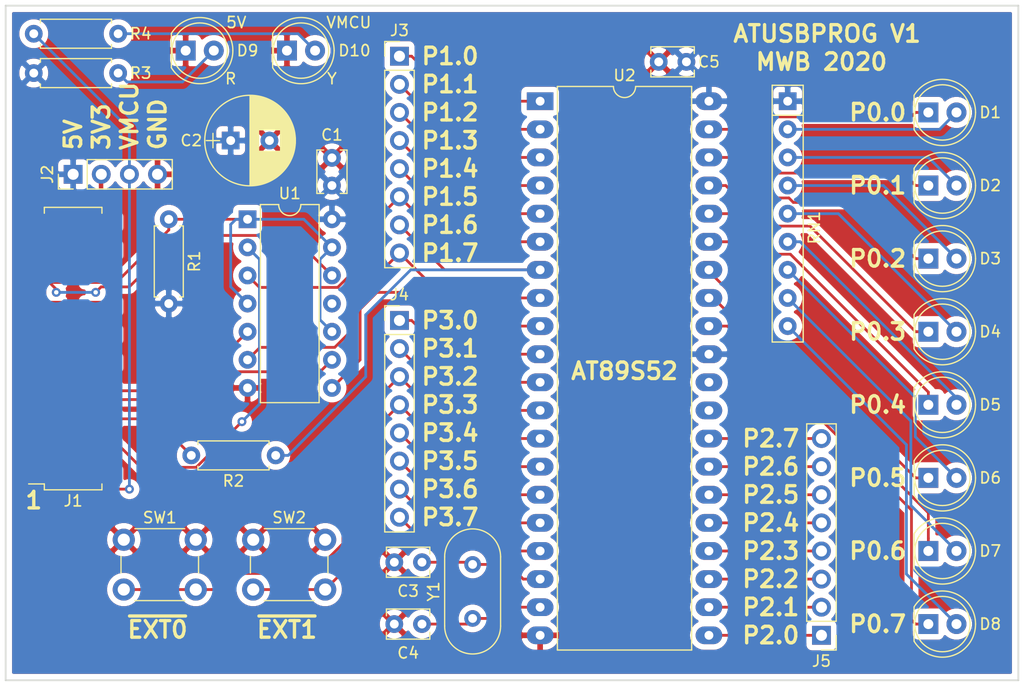
<source format=kicad_pcb>
(kicad_pcb (version 20171130) (host pcbnew "(5.1.5)-3")
  (layers (0 F.Cu signal) (31 B.Cu signal) (34 B.Paste user) (35 F.Paste user) (36 B.SilkS user) (37 F.SilkS user) (38 B.Mask user) (39 F.Mask user) (44 Edge.Cuts user))
  (net 0 "")
  (net 1 +3V3)
  (net 2 "Net-(J1-Pad19)")
  (net 3 +5V)
  (net 4 "Net-(J1-Pad17)")
  (net 5 EFM_OE_N)
  (net 6 EFM_AUX)
  (net 7 "Net-(J1-Pad14)")
  (net 8 "Net-(J1-Pad13)")
  (net 9 "Net-(J1-Pad12)")
  (net 10 "Net-(J1-Pad11)")
  (net 11 EFM_RST)
  (net 12 "Net-(J1-Pad9)")
  (net 13 EFM_SCK)
  (net 14 "Net-(J1-Pad7)")
  (net 15 EFM_MISO)
  (net 16 "Net-(J1-Pad5)")
  (net 17 EFM_MOSI)
  (net 18 "Net-(J1-Pad3)")
  (net 19 GND)
  (net 20 ATS_MISO)
  (net 21 "Net-(D8-Pad2)")
  (net 22 "Net-(D7-Pad2)")
  (net 23 "Net-(D6-Pad2)")
  (net 24 "Net-(D5-Pad2)")
  (net 25 "Net-(D4-Pad2)")
  (net 26 "Net-(D3-Pad2)")
  (net 27 "Net-(D2-Pad2)")
  (net 28 "Net-(D1-Pad2)")
  (net 29 "Net-(J5-Pad8)")
  (net 30 "Net-(J5-Pad7)")
  (net 31 "Net-(J5-Pad6)")
  (net 32 "Net-(J5-Pad5)")
  (net 33 "Net-(J5-Pad4)")
  (net 34 "Net-(J5-Pad3)")
  (net 35 "Net-(J5-Pad2)")
  (net 36 "Net-(J5-Pad1)")
  (net 37 "Net-(J4-Pad1)")
  (net 38 "Net-(J4-Pad2)")
  (net 39 /BTN0)
  (net 40 /BTN1)
  (net 41 "Net-(J4-Pad5)")
  (net 42 "Net-(J4-Pad6)")
  (net 43 "Net-(J4-Pad7)")
  (net 44 "Net-(J4-Pad8)")
  (net 45 ATS_SCK)
  (net 46 ATS_MOSI)
  (net 47 "Net-(J3-Pad5)")
  (net 48 "Net-(J3-Pad4)")
  (net 49 "Net-(J3-Pad3)")
  (net 50 "Net-(J3-Pad2)")
  (net 51 "Net-(J3-Pad1)")
  (net 52 "Net-(D7-Pad1)")
  (net 53 "Net-(D5-Pad1)")
  (net 54 "Net-(D8-Pad1)")
  (net 55 "Net-(D6-Pad1)")
  (net 56 "Net-(D4-Pad1)")
  (net 57 "Net-(D2-Pad1)")
  (net 58 "Net-(D1-Pad1)")
  (net 59 "Net-(D3-Pad1)")
  (net 60 "Net-(C4-Pad1)")
  (net 61 "Net-(C3-Pad1)")
  (net 62 "Net-(U2-Pad30)")
  (net 63 "Net-(U2-Pad29)")
  (net 64 ATS_RST)
  (net 65 ATS_AUX)
  (net 66 +VMCU)
  (net 67 "Net-(D9-Pad2)")
  (net 68 "Net-(D10-Pad2)")
  (module Resistors_THT:R_Axial_DIN0207_L6.3mm_D2.5mm_P7.62mm_Horizontal (layer F.Cu) (at 107.188 68.58)
    (fp_text reference R4 (at 9.652 0) (layer F.SilkS))
    (fp_text value 1.2k)
    (pad 1 thru_hole circle (at 0 0) (size 1.6 1.6) (drill 0.8) (layers *.Cu *.Mask) (net 66 +VMCU))
    (pad 2 thru_hole oval (at 7.62 0) (size 1.6 1.6) (drill 0.8) (layers *.Cu *.Mask) (net 68 "Net-(D10-Pad2)"))
  )
  (module Resistors_THT:R_Axial_DIN0207_L6.3mm_D2.5mm_P7.62mm_Horizontal (layer F.Cu) (at 107.188 72.136)
    (fp_text reference R3 (at 9.652 0) (layer F.SilkS))
    (fp_text value 1.2k)
    (pad 1 thru_hole circle (at 0 0) (size 1.6 1.6) (drill 0.8) (layers *.Cu *.Mask) (net 3 +5V))
    (pad 2 thru_hole oval (at 7.62 0) (size 1.6 1.6) (drill 0.8) (layers *.Cu *.Mask) (net 67 "Net-(D9-Pad2)"))
  )
  (module LEDs:LED_D5.0mm (layer F.Cu) (at 130.048 70.104)
    (fp_text reference D10 (at 6.096 0) (layer F.SilkS))
    (fp_text value LTL2R3KYD-EM)
    (pad 1 thru_hole rect (at 0 0) (size 1.8 1.8) (drill 0.9) (layers *.Cu *.Mask) (net 19 GND))
    (pad 2 thru_hole circle (at 2.54 0) (size 1.8 1.8) (drill 0.9) (layers *.Cu *.Mask) (net 68 "Net-(D10-Pad2)"))
  )
  (module LEDs:LED_D5.0mm (layer F.Cu) (at 120.904 70.104)
    (fp_text reference D9 (at 5.588 0) (layer F.SilkS))
    (fp_text value LTL2R3KRD-EM)
    (pad 1 thru_hole rect (at 0 0) (size 1.8 1.8) (drill 0.9) (layers *.Cu *.Mask) (net 19 GND))
    (pad 2 thru_hole circle (at 2.54 0) (size 1.8 1.8) (drill 0.9) (layers *.Cu *.Mask) (net 67 "Net-(D9-Pad2)"))
  )
  (module Buttons_Switches_THT:SW_PUSH_6mm (layer F.Cu) (at 127 114.3)
    (fp_text reference SW2 (at 3.25 -2) (layer F.SilkS))
    (fp_text value SW_Push)
    (pad 2 thru_hole circle (at 0 4.5 90) (size 2 2) (drill 1.1) (layers *.Cu *.Mask) (net 40 /BTN1))
    (pad 1 thru_hole circle (at 0 0 90) (size 2 2) (drill 1.1) (layers *.Cu *.Mask) (net 19 GND))
    (pad 2 thru_hole circle (at 6.5 4.5 90) (size 2 2) (drill 1.1) (layers *.Cu *.Mask) (net 40 /BTN1))
    (pad 1 thru_hole circle (at 6.5 0 90) (size 2 2) (drill 1.1) (layers *.Cu *.Mask) (net 19 GND))
  )
  (module Buttons_Switches_THT:SW_PUSH_6mm (layer F.Cu) (at 115.316 114.3)
    (fp_text reference SW1 (at 3.25 -2) (layer F.SilkS))
    (fp_text value SW_Push)
    (pad 1 thru_hole circle (at 6.5 0 90) (size 2 2) (drill 1.1) (layers *.Cu *.Mask) (net 19 GND))
    (pad 2 thru_hole circle (at 6.5 4.5 90) (size 2 2) (drill 1.1) (layers *.Cu *.Mask) (net 39 /BTN0))
    (pad 1 thru_hole circle (at 0 0 90) (size 2 2) (drill 1.1) (layers *.Cu *.Mask) (net 19 GND))
    (pad 2 thru_hole circle (at 0 4.5 90) (size 2 2) (drill 1.1) (layers *.Cu *.Mask) (net 39 /BTN0))
  )
  (module Capacitors_THT:CP_Radial_D8.0mm_P3.50mm (layer F.Cu) (at 124.968 78.232)
    (fp_text reference C2 (at -3.556 0) (layer F.SilkS))
    (fp_text value 47u)
    (pad 2 thru_hole circle (at 3.5 0) (size 1.6 1.6) (drill 0.8) (layers *.Cu *.Mask) (net 19 GND))
    (pad 1 thru_hole rect (at 0 0) (size 1.6 1.6) (drill 0.8) (layers *.Cu *.Mask) (net 3 +5V))
  )
  (module Capacitors_THT:C_Disc_D3.8mm_W2.6mm_P2.50mm (layer F.Cu) (at 134.112 82.296 90)
    (fp_text reference C1 (at 4.572 0 180) (layer F.SilkS))
    (fp_text value 0.1u)
    (pad 1 thru_hole circle (at 0 0 90) (size 1.6 1.6) (drill 0.8) (layers *.Cu *.Mask) (net 3 +5V))
    (pad 2 thru_hole circle (at 2.5 0 90) (size 1.6 1.6) (drill 0.8) (layers *.Cu *.Mask) (net 19 GND))
  )
  (module Capacitors_THT:C_Disc_D3.8mm_W2.6mm_P2.50mm (layer F.Cu) (at 142.24 116.332 180)
    (fp_text reference C3 (at 1.25 -2.61 180) (layer F.SilkS))
    (fp_text value 30pF)
    (pad 2 thru_hole circle (at 2.5 0 180) (size 1.6 1.6) (drill 0.8) (layers *.Cu *.Mask) (net 19 GND))
    (pad 1 thru_hole circle (at 0 0 180) (size 1.6 1.6) (drill 0.8) (layers *.Cu *.Mask) (net 61 "Net-(C3-Pad1)"))
  )
  (module Capacitors_THT:C_Disc_D3.8mm_W2.6mm_P2.50mm (layer F.Cu) (at 142.24 121.92 180)
    (fp_text reference C4 (at 1.25 -2.61 180) (layer F.SilkS))
    (fp_text value 30pF)
    (pad 1 thru_hole circle (at 0 0 180) (size 1.6 1.6) (drill 0.8) (layers *.Cu *.Mask) (net 60 "Net-(C4-Pad1)"))
    (pad 2 thru_hole circle (at 2.5 0 180) (size 1.6 1.6) (drill 0.8) (layers *.Cu *.Mask) (net 19 GND))
  )
  (module Capacitors_THT:C_Disc_D3.8mm_W2.6mm_P2.50mm (layer F.Cu) (at 166.116 71.12 180)
    (fp_text reference C5 (at -2.032 0 180) (layer F.SilkS))
    (fp_text value 0.1u)
    (pad 2 thru_hole circle (at 2.5 0 180) (size 1.6 1.6) (drill 0.8) (layers *.Cu *.Mask) (net 19 GND))
    (pad 1 thru_hole circle (at 0 0 180) (size 1.6 1.6) (drill 0.8) (layers *.Cu *.Mask) (net 3 +5V))
  )
  (module Crystals:Crystal_HC49-U_Vertical (layer F.Cu) (at 146.812 121.412 90)
    (fp_text reference Y1 (at 2.44 -3.525 90) (layer F.SilkS))
    (fp_text value "24 MHz")
    (pad 2 thru_hole circle (at 4.88 0 90) (size 1.5 1.5) (drill 0.8) (layers *.Cu *.Mask) (net 61 "Net-(C3-Pad1)"))
    (pad 1 thru_hole circle (at 0 0 90) (size 1.5 1.5) (drill 0.8) (layers *.Cu *.Mask) (net 60 "Net-(C4-Pad1)"))
  )
  (module Housings_DIP:DIP-14_W7.62mm (layer F.Cu) (at 126.492 85.344)
    (fp_text reference U1 (at 3.81 -2.33) (layer F.SilkS))
    (fp_text value SN74HCT125)
    (pad 14 thru_hole oval (at 7.62 0) (size 1.6 1.6) (drill 0.8) (layers *.Cu *.Mask) (net 3 +5V))
    (pad 7 thru_hole oval (at 0 15.24) (size 1.6 1.6) (drill 0.8) (layers *.Cu *.Mask) (net 19 GND))
    (pad 13 thru_hole oval (at 7.62 2.54) (size 1.6 1.6) (drill 0.8) (layers *.Cu *.Mask) (net 5 EFM_OE_N))
    (pad 6 thru_hole oval (at 0 12.7) (size 1.6 1.6) (drill 0.8) (layers *.Cu *.Mask) (net 45 ATS_SCK))
    (pad 12 thru_hole oval (at 7.62 5.08) (size 1.6 1.6) (drill 0.8) (layers *.Cu *.Mask) (net 6 EFM_AUX))
    (pad 5 thru_hole oval (at 0 10.16) (size 1.6 1.6) (drill 0.8) (layers *.Cu *.Mask) (net 13 EFM_SCK))
    (pad 11 thru_hole oval (at 7.62 7.62) (size 1.6 1.6) (drill 0.8) (layers *.Cu *.Mask) (net 65 ATS_AUX))
    (pad 4 thru_hole oval (at 0 7.62) (size 1.6 1.6) (drill 0.8) (layers *.Cu *.Mask) (net 5 EFM_OE_N))
    (pad 10 thru_hole oval (at 7.62 10.16) (size 1.6 1.6) (drill 0.8) (layers *.Cu *.Mask) (net 5 EFM_OE_N))
    (pad 3 thru_hole oval (at 0 5.08) (size 1.6 1.6) (drill 0.8) (layers *.Cu *.Mask) (net 46 ATS_MOSI))
    (pad 9 thru_hole oval (at 7.62 12.7) (size 1.6 1.6) (drill 0.8) (layers *.Cu *.Mask) (net 11 EFM_RST))
    (pad 2 thru_hole oval (at 0 2.54) (size 1.6 1.6) (drill 0.8) (layers *.Cu *.Mask) (net 17 EFM_MOSI))
    (pad 8 thru_hole oval (at 7.62 15.24) (size 1.6 1.6) (drill 0.8) (layers *.Cu *.Mask) (net 64 ATS_RST))
    (pad 1 thru_hole rect (at 0 0) (size 1.6 1.6) (drill 0.8) (layers *.Cu *.Mask) (net 5 EFM_OE_N))
  )
  (module Housings_DIP:DIP-40_W15.24mm_LongPads (layer F.Cu) (at 152.908 74.676)
    (fp_text reference U2 (at 7.62 -2.33) (layer F.SilkS))
    (fp_text value AT89S52-24PU)
    (pad 40 thru_hole oval (at 15.24 0) (size 2.4 1.6) (drill 0.8) (layers *.Cu *.Mask) (net 3 +5V))
    (pad 20 thru_hole oval (at 0 48.26) (size 2.4 1.6) (drill 0.8) (layers *.Cu *.Mask) (net 19 GND))
    (pad 39 thru_hole oval (at 15.24 2.54) (size 2.4 1.6) (drill 0.8) (layers *.Cu *.Mask) (net 58 "Net-(D1-Pad1)"))
    (pad 19 thru_hole oval (at 0 45.72) (size 2.4 1.6) (drill 0.8) (layers *.Cu *.Mask) (net 60 "Net-(C4-Pad1)"))
    (pad 38 thru_hole oval (at 15.24 5.08) (size 2.4 1.6) (drill 0.8) (layers *.Cu *.Mask) (net 57 "Net-(D2-Pad1)"))
    (pad 18 thru_hole oval (at 0 43.18) (size 2.4 1.6) (drill 0.8) (layers *.Cu *.Mask) (net 61 "Net-(C3-Pad1)"))
    (pad 37 thru_hole oval (at 15.24 7.62) (size 2.4 1.6) (drill 0.8) (layers *.Cu *.Mask) (net 59 "Net-(D3-Pad1)"))
    (pad 17 thru_hole oval (at 0 40.64) (size 2.4 1.6) (drill 0.8) (layers *.Cu *.Mask) (net 44 "Net-(J4-Pad8)"))
    (pad 36 thru_hole oval (at 15.24 10.16) (size 2.4 1.6) (drill 0.8) (layers *.Cu *.Mask) (net 56 "Net-(D4-Pad1)"))
    (pad 16 thru_hole oval (at 0 38.1) (size 2.4 1.6) (drill 0.8) (layers *.Cu *.Mask) (net 43 "Net-(J4-Pad7)"))
    (pad 35 thru_hole oval (at 15.24 12.7) (size 2.4 1.6) (drill 0.8) (layers *.Cu *.Mask) (net 53 "Net-(D5-Pad1)"))
    (pad 15 thru_hole oval (at 0 35.56) (size 2.4 1.6) (drill 0.8) (layers *.Cu *.Mask) (net 42 "Net-(J4-Pad6)"))
    (pad 34 thru_hole oval (at 15.24 15.24) (size 2.4 1.6) (drill 0.8) (layers *.Cu *.Mask) (net 55 "Net-(D6-Pad1)"))
    (pad 14 thru_hole oval (at 0 33.02) (size 2.4 1.6) (drill 0.8) (layers *.Cu *.Mask) (net 41 "Net-(J4-Pad5)"))
    (pad 33 thru_hole oval (at 15.24 17.78) (size 2.4 1.6) (drill 0.8) (layers *.Cu *.Mask) (net 52 "Net-(D7-Pad1)"))
    (pad 13 thru_hole oval (at 0 30.48) (size 2.4 1.6) (drill 0.8) (layers *.Cu *.Mask) (net 40 /BTN1))
    (pad 32 thru_hole oval (at 15.24 20.32) (size 2.4 1.6) (drill 0.8) (layers *.Cu *.Mask) (net 54 "Net-(D8-Pad1)"))
    (pad 12 thru_hole oval (at 0 27.94) (size 2.4 1.6) (drill 0.8) (layers *.Cu *.Mask) (net 39 /BTN0))
    (pad 31 thru_hole oval (at 15.24 22.86) (size 2.4 1.6) (drill 0.8) (layers *.Cu *.Mask) (net 3 +5V))
    (pad 11 thru_hole oval (at 0 25.4) (size 2.4 1.6) (drill 0.8) (layers *.Cu *.Mask) (net 38 "Net-(J4-Pad2)"))
    (pad 30 thru_hole oval (at 15.24 25.4) (size 2.4 1.6) (drill 0.8) (layers *.Cu *.Mask) (net 62 "Net-(U2-Pad30)"))
    (pad 10 thru_hole oval (at 0 22.86) (size 2.4 1.6) (drill 0.8) (layers *.Cu *.Mask) (net 37 "Net-(J4-Pad1)"))
    (pad 29 thru_hole oval (at 15.24 27.94) (size 2.4 1.6) (drill 0.8) (layers *.Cu *.Mask) (net 63 "Net-(U2-Pad29)"))
    (pad 9 thru_hole oval (at 0 20.32) (size 2.4 1.6) (drill 0.8) (layers *.Cu *.Mask) (net 64 ATS_RST))
    (pad 28 thru_hole oval (at 15.24 30.48) (size 2.4 1.6) (drill 0.8) (layers *.Cu *.Mask) (net 29 "Net-(J5-Pad8)"))
    (pad 8 thru_hole oval (at 0 17.78) (size 2.4 1.6) (drill 0.8) (layers *.Cu *.Mask) (net 45 ATS_SCK))
    (pad 27 thru_hole oval (at 15.24 33.02) (size 2.4 1.6) (drill 0.8) (layers *.Cu *.Mask) (net 30 "Net-(J5-Pad7)"))
    (pad 7 thru_hole oval (at 0 15.24) (size 2.4 1.6) (drill 0.8) (layers *.Cu *.Mask) (net 20 ATS_MISO))
    (pad 26 thru_hole oval (at 15.24 35.56) (size 2.4 1.6) (drill 0.8) (layers *.Cu *.Mask) (net 31 "Net-(J5-Pad6)"))
    (pad 6 thru_hole oval (at 0 12.7) (size 2.4 1.6) (drill 0.8) (layers *.Cu *.Mask) (net 46 ATS_MOSI))
    (pad 25 thru_hole oval (at 15.24 38.1) (size 2.4 1.6) (drill 0.8) (layers *.Cu *.Mask) (net 32 "Net-(J5-Pad5)"))
    (pad 5 thru_hole oval (at 0 10.16) (size 2.4 1.6) (drill 0.8) (layers *.Cu *.Mask) (net 47 "Net-(J3-Pad5)"))
    (pad 24 thru_hole oval (at 15.24 40.64) (size 2.4 1.6) (drill 0.8) (layers *.Cu *.Mask) (net 33 "Net-(J5-Pad4)"))
    (pad 4 thru_hole oval (at 0 7.62) (size 2.4 1.6) (drill 0.8) (layers *.Cu *.Mask) (net 48 "Net-(J3-Pad4)"))
    (pad 23 thru_hole oval (at 15.24 43.18) (size 2.4 1.6) (drill 0.8) (layers *.Cu *.Mask) (net 34 "Net-(J5-Pad3)"))
    (pad 3 thru_hole oval (at 0 5.08) (size 2.4 1.6) (drill 0.8) (layers *.Cu *.Mask) (net 49 "Net-(J3-Pad3)"))
    (pad 22 thru_hole oval (at 15.24 45.72) (size 2.4 1.6) (drill 0.8) (layers *.Cu *.Mask) (net 35 "Net-(J5-Pad2)"))
    (pad 2 thru_hole oval (at 0 2.54) (size 2.4 1.6) (drill 0.8) (layers *.Cu *.Mask) (net 50 "Net-(J3-Pad2)"))
    (pad 21 thru_hole oval (at 15.24 48.26) (size 2.4 1.6) (drill 0.8) (layers *.Cu *.Mask) (net 36 "Net-(J5-Pad1)"))
    (pad 1 thru_hole rect (at 0 0) (size 2.4 1.6) (drill 0.8) (layers *.Cu *.Mask) (net 51 "Net-(J3-Pad1)"))
  )
  (module LEDs:LED_D5.0mm (layer F.Cu) (at 187.96 88.9)
    (fp_text reference D3 (at 5.588 0) (layer F.SilkS))
    (fp_text value LTL2R3KGD-EM)
    (pad 1 thru_hole rect (at 0 0) (size 1.8 1.8) (drill 0.9) (layers *.Cu *.Mask) (net 59 "Net-(D3-Pad1)"))
    (pad 2 thru_hole circle (at 2.54 0) (size 1.8 1.8) (drill 0.9) (layers *.Cu *.Mask) (net 26 "Net-(D3-Pad2)"))
  )
  (module LEDs:LED_D5.0mm (layer F.Cu) (at 187.96 75.692)
    (fp_text reference D1 (at 5.588 0) (layer F.SilkS))
    (fp_text value LTL2R3KGD-EM)
    (pad 2 thru_hole circle (at 2.54 0) (size 1.8 1.8) (drill 0.9) (layers *.Cu *.Mask) (net 28 "Net-(D1-Pad2)"))
    (pad 1 thru_hole rect (at 0 0) (size 1.8 1.8) (drill 0.9) (layers *.Cu *.Mask) (net 58 "Net-(D1-Pad1)"))
  )
  (module LEDs:LED_D5.0mm (layer F.Cu) (at 187.96 82.296)
    (fp_text reference D2 (at 5.588 0) (layer F.SilkS))
    (fp_text value LTL2R3KGD-EM)
    (pad 1 thru_hole rect (at 0 0) (size 1.8 1.8) (drill 0.9) (layers *.Cu *.Mask) (net 57 "Net-(D2-Pad1)"))
    (pad 2 thru_hole circle (at 2.54 0) (size 1.8 1.8) (drill 0.9) (layers *.Cu *.Mask) (net 27 "Net-(D2-Pad2)"))
  )
  (module LEDs:LED_D5.0mm (layer F.Cu) (at 187.96 95.504)
    (fp_text reference D4 (at 5.588 0) (layer F.SilkS))
    (fp_text value LTL2R3KGD-EM)
    (pad 2 thru_hole circle (at 2.54 0) (size 1.8 1.8) (drill 0.9) (layers *.Cu *.Mask) (net 25 "Net-(D4-Pad2)"))
    (pad 1 thru_hole rect (at 0 0) (size 1.8 1.8) (drill 0.9) (layers *.Cu *.Mask) (net 56 "Net-(D4-Pad1)"))
  )
  (module LEDs:LED_D5.0mm (layer F.Cu) (at 187.96 108.712)
    (fp_text reference D6 (at 5.588 0) (layer F.SilkS))
    (fp_text value LTL2R3KGD-EM)
    (pad 1 thru_hole rect (at 0 0) (size 1.8 1.8) (drill 0.9) (layers *.Cu *.Mask) (net 55 "Net-(D6-Pad1)"))
    (pad 2 thru_hole circle (at 2.54 0) (size 1.8 1.8) (drill 0.9) (layers *.Cu *.Mask) (net 23 "Net-(D6-Pad2)"))
  )
  (module LEDs:LED_D5.0mm (layer F.Cu) (at 187.96 121.92)
    (fp_text reference D8 (at 5.588 0) (layer F.SilkS))
    (fp_text value LTL2R3KGD-EM)
    (pad 2 thru_hole circle (at 2.54 0) (size 1.8 1.8) (drill 0.9) (layers *.Cu *.Mask) (net 21 "Net-(D8-Pad2)"))
    (pad 1 thru_hole rect (at 0 0) (size 1.8 1.8) (drill 0.9) (layers *.Cu *.Mask) (net 54 "Net-(D8-Pad1)"))
  )
  (module LEDs:LED_D5.0mm (layer F.Cu) (at 187.96 102.108)
    (fp_text reference D5 (at 5.588 0) (layer F.SilkS))
    (fp_text value LTL2R3KGD-EM)
    (pad 1 thru_hole rect (at 0 0) (size 1.8 1.8) (drill 0.9) (layers *.Cu *.Mask) (net 53 "Net-(D5-Pad1)"))
    (pad 2 thru_hole circle (at 2.54 0) (size 1.8 1.8) (drill 0.9) (layers *.Cu *.Mask) (net 24 "Net-(D5-Pad2)"))
  )
  (module LEDs:LED_D5.0mm (layer F.Cu) (at 187.96 115.316)
    (fp_text reference D7 (at 5.588 0) (layer F.SilkS))
    (fp_text value LTL2R3KGD-EM)
    (pad 2 thru_hole circle (at 2.54 0) (size 1.8 1.8) (drill 0.9) (layers *.Cu *.Mask) (net 22 "Net-(D7-Pad2)"))
    (pad 1 thru_hole rect (at 0 0) (size 1.8 1.8) (drill 0.9) (layers *.Cu *.Mask) (net 52 "Net-(D7-Pad1)"))
  )
  (module Pin_Headers:Pin_Header_Straight_1x04_Pitch2.54mm (layer F.Cu) (at 110.744 81.28 90)
    (fp_text reference J2 (at 0 -2.33 90) (layer F.SilkS))
    (fp_text value Conn_01x04)
    (pad 4 thru_hole oval (at 0 7.62 90) (size 1.7 1.7) (drill 1) (layers *.Cu *.Mask) (net 19 GND))
    (pad 3 thru_hole oval (at 0 5.08 90) (size 1.7 1.7) (drill 1) (layers *.Cu *.Mask) (net 66 +VMCU))
    (pad 2 thru_hole oval (at 0 2.54 90) (size 1.7 1.7) (drill 1) (layers *.Cu *.Mask) (net 1 +3V3))
    (pad 1 thru_hole rect (at 0 0 90) (size 1.7 1.7) (drill 1) (layers *.Cu *.Mask) (net 3 +5V))
  )
  (module Pin_Headers:Pin_Header_Straight_1x08_Pitch2.54mm (layer F.Cu) (at 140.208 70.612)
    (fp_text reference J3 (at 0 -2.33) (layer F.SilkS))
    (fp_text value Conn_01x08)
    (pad 8 thru_hole oval (at 0 17.78) (size 1.7 1.7) (drill 1) (layers *.Cu *.Mask) (net 45 ATS_SCK))
    (pad 7 thru_hole oval (at 0 15.24) (size 1.7 1.7) (drill 1) (layers *.Cu *.Mask) (net 20 ATS_MISO))
    (pad 6 thru_hole oval (at 0 12.7) (size 1.7 1.7) (drill 1) (layers *.Cu *.Mask) (net 46 ATS_MOSI))
    (pad 5 thru_hole oval (at 0 10.16) (size 1.7 1.7) (drill 1) (layers *.Cu *.Mask) (net 47 "Net-(J3-Pad5)"))
    (pad 4 thru_hole oval (at 0 7.62) (size 1.7 1.7) (drill 1) (layers *.Cu *.Mask) (net 48 "Net-(J3-Pad4)"))
    (pad 3 thru_hole oval (at 0 5.08) (size 1.7 1.7) (drill 1) (layers *.Cu *.Mask) (net 49 "Net-(J3-Pad3)"))
    (pad 2 thru_hole oval (at 0 2.54) (size 1.7 1.7) (drill 1) (layers *.Cu *.Mask) (net 50 "Net-(J3-Pad2)"))
    (pad 1 thru_hole rect (at 0 0) (size 1.7 1.7) (drill 1) (layers *.Cu *.Mask) (net 51 "Net-(J3-Pad1)"))
  )
  (module Pin_Headers:Pin_Header_Straight_1x08_Pitch2.54mm (layer F.Cu) (at 140.208 94.488)
    (fp_text reference J4 (at 0 -2.33) (layer F.SilkS))
    (fp_text value Conn_01x08)
    (pad 1 thru_hole rect (at 0 0) (size 1.7 1.7) (drill 1) (layers *.Cu *.Mask) (net 37 "Net-(J4-Pad1)"))
    (pad 2 thru_hole oval (at 0 2.54) (size 1.7 1.7) (drill 1) (layers *.Cu *.Mask) (net 38 "Net-(J4-Pad2)"))
    (pad 3 thru_hole oval (at 0 5.08) (size 1.7 1.7) (drill 1) (layers *.Cu *.Mask) (net 39 /BTN0))
    (pad 4 thru_hole oval (at 0 7.62) (size 1.7 1.7) (drill 1) (layers *.Cu *.Mask) (net 40 /BTN1))
    (pad 5 thru_hole oval (at 0 10.16) (size 1.7 1.7) (drill 1) (layers *.Cu *.Mask) (net 41 "Net-(J4-Pad5)"))
    (pad 6 thru_hole oval (at 0 12.7) (size 1.7 1.7) (drill 1) (layers *.Cu *.Mask) (net 42 "Net-(J4-Pad6)"))
    (pad 7 thru_hole oval (at 0 15.24) (size 1.7 1.7) (drill 1) (layers *.Cu *.Mask) (net 43 "Net-(J4-Pad7)"))
    (pad 8 thru_hole oval (at 0 17.78) (size 1.7 1.7) (drill 1) (layers *.Cu *.Mask) (net 44 "Net-(J4-Pad8)"))
  )
  (module Pin_Headers:Pin_Header_Straight_1x08_Pitch2.54mm (layer F.Cu) (at 178.308 122.936 180)
    (fp_text reference J5 (at 0 -2.33 180) (layer F.SilkS))
    (fp_text value Conn_01x08)
    (pad 8 thru_hole oval (at 0 17.78 180) (size 1.7 1.7) (drill 1) (layers *.Cu *.Mask) (net 29 "Net-(J5-Pad8)"))
    (pad 7 thru_hole oval (at 0 15.24 180) (size 1.7 1.7) (drill 1) (layers *.Cu *.Mask) (net 30 "Net-(J5-Pad7)"))
    (pad 6 thru_hole oval (at 0 12.7 180) (size 1.7 1.7) (drill 1) (layers *.Cu *.Mask) (net 31 "Net-(J5-Pad6)"))
    (pad 5 thru_hole oval (at 0 10.16 180) (size 1.7 1.7) (drill 1) (layers *.Cu *.Mask) (net 32 "Net-(J5-Pad5)"))
    (pad 4 thru_hole oval (at 0 7.62 180) (size 1.7 1.7) (drill 1) (layers *.Cu *.Mask) (net 33 "Net-(J5-Pad4)"))
    (pad 3 thru_hole oval (at 0 5.08 180) (size 1.7 1.7) (drill 1) (layers *.Cu *.Mask) (net 34 "Net-(J5-Pad3)"))
    (pad 2 thru_hole oval (at 0 2.54 180) (size 1.7 1.7) (drill 1) (layers *.Cu *.Mask) (net 35 "Net-(J5-Pad2)"))
    (pad 1 thru_hole rect (at 0 0 180) (size 1.7 1.7) (drill 1) (layers *.Cu *.Mask) (net 36 "Net-(J5-Pad1)"))
  )
  (module Resistors_THT:R_Array_SIP9 (layer F.Cu) (at 175.26 74.676 270)
    (fp_text reference RN1 (at 11.43 -2.4 270) (layer F.SilkS))
    (fp_text value 1.2k)
    (pad 9 thru_hole oval (at 20.32 0 270) (size 1.6 1.6) (drill 0.8) (layers *.Cu *.Mask) (net 21 "Net-(D8-Pad2)"))
    (pad 8 thru_hole oval (at 17.78 0 270) (size 1.6 1.6) (drill 0.8) (layers *.Cu *.Mask) (net 22 "Net-(D7-Pad2)"))
    (pad 7 thru_hole oval (at 15.24 0 270) (size 1.6 1.6) (drill 0.8) (layers *.Cu *.Mask) (net 23 "Net-(D6-Pad2)"))
    (pad 6 thru_hole oval (at 12.7 0 270) (size 1.6 1.6) (drill 0.8) (layers *.Cu *.Mask) (net 24 "Net-(D5-Pad2)"))
    (pad 5 thru_hole oval (at 10.16 0 270) (size 1.6 1.6) (drill 0.8) (layers *.Cu *.Mask) (net 25 "Net-(D4-Pad2)"))
    (pad 4 thru_hole oval (at 7.62 0 270) (size 1.6 1.6) (drill 0.8) (layers *.Cu *.Mask) (net 26 "Net-(D3-Pad2)"))
    (pad 3 thru_hole oval (at 5.08 0 270) (size 1.6 1.6) (drill 0.8) (layers *.Cu *.Mask) (net 27 "Net-(D2-Pad2)"))
    (pad 2 thru_hole oval (at 2.54 0 270) (size 1.6 1.6) (drill 0.8) (layers *.Cu *.Mask) (net 28 "Net-(D1-Pad2)"))
    (pad 1 thru_hole rect (at 0 0 270) (size 1.6 1.6) (drill 0.8) (layers *.Cu *.Mask) (net 3 +5V))
  )
  (module Resistors_THT:R_Axial_DIN0207_L6.3mm_D2.5mm_P7.62mm_Horizontal (layer F.Cu) (at 129.032 106.68 180)
    (fp_text reference R2 (at 3.81 -2.31 180) (layer F.SilkS))
    (fp_text value 0)
    (pad 1 thru_hole circle (at 0 0 180) (size 1.6 1.6) (drill 0.8) (layers *.Cu *.Mask) (net 20 ATS_MISO))
    (pad 2 thru_hole oval (at 7.62 0 180) (size 1.6 1.6) (drill 0.8) (layers *.Cu *.Mask) (net 15 EFM_MISO))
  )
  (module Resistors_THT:R_Axial_DIN0207_L6.3mm_D2.5mm_P7.62mm_Horizontal (layer F.Cu) (at 119.38 85.344 270)
    (fp_text reference R1 (at 3.81 -2.31 270) (layer F.SilkS))
    (fp_text value 100k)
    (pad 2 thru_hole oval (at 7.62 0 270) (size 1.6 1.6) (drill 0.8) (layers *.Cu *.Mask) (net 3 +5V))
    (pad 1 thru_hole circle (at 0 0 270) (size 1.6 1.6) (drill 0.8) (layers *.Cu *.Mask) (net 5 EFM_OE_N))
  )
  (module Socket_Strips:Socket_Strip_Straight_2x10_Pitch2.54mm_SMD (layer F.Cu) (at 110.744 97.028 180)
    (fp_text reference J1 (at 0 -13.76 180) (layer F.SilkS))
    (fp_text value SMH-110-02-L-D)
    (pad 20 smd rect (at -2.52 11.43 180) (size 3 1) (layers F.Cu F.Paste F.Mask) (net 1 +3V3))
    (pad 19 smd rect (at 2.52 11.43 180) (size 3 1) (layers F.Cu F.Paste F.Mask) (net 2 "Net-(J1-Pad19)"))
    (pad 18 smd rect (at -2.52 8.89 180) (size 3 1) (layers F.Cu F.Paste F.Mask) (net 3 +5V))
    (pad 17 smd rect (at 2.52 8.89 180) (size 3 1) (layers F.Cu F.Paste F.Mask) (net 4 "Net-(J1-Pad17)"))
    (pad 16 smd rect (at -2.52 6.35 180) (size 3 1) (layers F.Cu F.Paste F.Mask) (net 5 EFM_OE_N))
    (pad 15 smd rect (at 2.52 6.35 180) (size 3 1) (layers F.Cu F.Paste F.Mask) (net 6 EFM_AUX))
    (pad 14 smd rect (at -2.52 3.81 180) (size 3 1) (layers F.Cu F.Paste F.Mask) (net 7 "Net-(J1-Pad14)"))
    (pad 13 smd rect (at 2.52 3.81 180) (size 3 1) (layers F.Cu F.Paste F.Mask) (net 8 "Net-(J1-Pad13)"))
    (pad 12 smd rect (at -2.52 1.27 180) (size 3 1) (layers F.Cu F.Paste F.Mask) (net 9 "Net-(J1-Pad12)"))
    (pad 11 smd rect (at 2.52 1.27 180) (size 3 1) (layers F.Cu F.Paste F.Mask) (net 10 "Net-(J1-Pad11)"))
    (pad 10 smd rect (at -2.52 -1.27 180) (size 3 1) (layers F.Cu F.Paste F.Mask) (net 11 EFM_RST))
    (pad 9 smd rect (at 2.52 -1.27 180) (size 3 1) (layers F.Cu F.Paste F.Mask) (net 12 "Net-(J1-Pad9)"))
    (pad 8 smd rect (at -2.52 -3.81 180) (size 3 1) (layers F.Cu F.Paste F.Mask) (net 13 EFM_SCK))
    (pad 7 smd rect (at 2.52 -3.81 180) (size 3 1) (layers F.Cu F.Paste F.Mask) (net 14 "Net-(J1-Pad7)"))
    (pad 6 smd rect (at -2.52 -6.35 180) (size 3 1) (layers F.Cu F.Paste F.Mask) (net 15 EFM_MISO))
    (pad 5 smd rect (at 2.52 -6.35 180) (size 3 1) (layers F.Cu F.Paste F.Mask) (net 16 "Net-(J1-Pad5)"))
    (pad 4 smd rect (at -2.52 -8.89 180) (size 3 1) (layers F.Cu F.Paste F.Mask) (net 17 EFM_MOSI))
    (pad 3 smd rect (at 2.52 -8.89 180) (size 3 1) (layers F.Cu F.Paste F.Mask) (net 18 "Net-(J1-Pad3)"))
    (pad 2 smd rect (at -2.52 -11.43 180) (size 3 1) (layers F.Cu F.Paste F.Mask) (net 66 +VMCU))
    (pad 1 smd rect (at 2.52 -11.43 180) (size 3 1) (layers F.Cu F.Paste F.Mask) (net 19 GND))
  )
  (gr_text 5V (at 125.476 67.564) (layer F.SilkS) (effects (font (size 1 1))))
  (gr_text VMCU (at 135.636 67.564) (layer F.SilkS) (effects (font (size 1 1))))
  (gr_text Y (at 134.112 72.644) (layer F.SilkS) (effects (font (size 1 1))))
  (gr_text R (at 124.968 72.644) (layer F.SilkS) (effects (font (size 1 1))))
  (gr_line (start 104.648 66.04) (end 196.088 66.04) (layer Edge.Cuts) (width 0.15))
  (gr_line (start 104.648 127) (end 104.648 66.04) (layer Edge.Cuts) (width 0.15))
  (gr_line (start 196.088 127) (end 104.648 127) (layer Edge.Cuts) (width 0.15))
  (gr_line (start 196.088 66.04) (end 196.088 127) (layer Edge.Cuts) (width 0.15))
  (gr_text "MWB 2020" (at 178.308 71.12) (layer F.SilkS) (effects (font (size 1.5 1.5) (thickness 0.3))))
  (gr_text "ATUSBPROG V1" (at 178.816 68.58) (layer F.SilkS) (effects (font (size 1.5 1.5) (thickness 0.3))))
  (gr_text AT89S52 (at 160.528 99.06) (layer F.SilkS) (effects (font (size 1.5 1.5) (thickness 0.3))))
  (gr_text ~EXT1 (at 130.048 122.428) (layer F.SilkS) (effects (font (size 1.5 1.5) (thickness 0.3))))
  (gr_text ~EXT0 (at 118.364 122.428) (layer F.SilkS) (effects (font (size 1.5 1.5) (thickness 0.3))))
  (gr_text VMCU (at 115.824 79.248 90) (layer F.SilkS) (effects (font (size 1.5 1.5) (thickness 0.3)) (justify left)))
  (gr_text 3V3 (at 113.284 79.248 90) (layer F.SilkS) (effects (font (size 1.5 1.5) (thickness 0.3)) (justify left)))
  (gr_text GND (at 118.364 79.248 90) (layer F.SilkS) (effects (font (size 1.5 1.5) (thickness 0.3)) (justify left)))
  (gr_text 5V (at 110.744 79.248 90) (layer F.SilkS) (effects (font (size 1.5 1.5) (thickness 0.3)) (justify left)))
  (gr_text P0.7 (at 183.388 121.92) (layer F.SilkS) (effects (font (size 1.5 1.5) (thickness 0.3))))
  (gr_text P0.6 (at 183.388 115.316) (layer F.SilkS) (effects (font (size 1.5 1.5) (thickness 0.3))))
  (gr_text P0.5 (at 183.388 108.712) (layer F.SilkS) (effects (font (size 1.5 1.5) (thickness 0.3))))
  (gr_text P0.4 (at 183.388 102.108) (layer F.SilkS) (effects (font (size 1.5 1.5) (thickness 0.3))))
  (gr_text P0.3 (at 183.388 95.504) (layer F.SilkS) (effects (font (size 1.5 1.5) (thickness 0.3))))
  (gr_text P0.2 (at 183.388 88.9) (layer F.SilkS) (effects (font (size 1.5 1.5) (thickness 0.3))))
  (gr_text P0.1 (at 183.388 82.296) (layer F.SilkS) (effects (font (size 1.5 1.5) (thickness 0.3))))
  (gr_text P0.0 (at 183.388 75.692) (layer F.SilkS) (effects (font (size 1.5 1.5) (thickness 0.3))))
  (gr_text P2.7 (at 173.736 105.156) (layer F.SilkS) (effects (font (size 1.5 1.5) (thickness 0.3))))
  (gr_text P2.6 (at 173.736 107.696) (layer F.SilkS) (effects (font (size 1.5 1.5) (thickness 0.3))))
  (gr_text P2.5 (at 173.736 110.236) (layer F.SilkS) (effects (font (size 1.5 1.5) (thickness 0.3))))
  (gr_text P2.4 (at 173.736 112.776) (layer F.SilkS) (effects (font (size 1.5 1.5) (thickness 0.3))))
  (gr_text P2.3 (at 173.736 115.316) (layer F.SilkS) (effects (font (size 1.5 1.5) (thickness 0.3))))
  (gr_text P2.2 (at 173.736 117.856) (layer F.SilkS) (effects (font (size 1.5 1.5) (thickness 0.3))))
  (gr_text P2.1 (at 173.736 120.396) (layer F.SilkS) (effects (font (size 1.5 1.5) (thickness 0.3))))
  (gr_text P2.0 (at 173.736 122.936) (layer F.SilkS) (effects (font (size 1.5 1.5) (thickness 0.3))))
  (gr_text P1.7 (at 144.78 88.392) (layer F.SilkS) (effects (font (size 1.5 1.5) (thickness 0.3))))
  (gr_text P1.6 (at 144.78 85.852) (layer F.SilkS) (effects (font (size 1.5 1.5) (thickness 0.3))))
  (gr_text P1.5 (at 144.78 83.312) (layer F.SilkS) (effects (font (size 1.5 1.5) (thickness 0.3))))
  (gr_text P1.4 (at 144.78 80.772) (layer F.SilkS) (effects (font (size 1.5 1.5) (thickness 0.3))))
  (gr_text P1.3 (at 144.78 78.232) (layer F.SilkS) (effects (font (size 1.5 1.5) (thickness 0.3))))
  (gr_text P1.2 (at 144.78 75.692) (layer F.SilkS) (effects (font (size 1.5 1.5) (thickness 0.3))))
  (gr_text P1.1 (at 144.78 73.152) (layer F.SilkS) (effects (font (size 1.5 1.5) (thickness 0.3))))
  (gr_text P1.0 (at 144.78 70.612) (layer F.SilkS) (effects (font (size 1.5 1.5) (thickness 0.3))))
  (gr_text P3.7 (at 144.78 112.268) (layer F.SilkS) (effects (font (size 1.5 1.5) (thickness 0.3))))
  (gr_text P3.6 (at 144.78 109.728) (layer F.SilkS) (effects (font (size 1.5 1.5) (thickness 0.3))))
  (gr_text P3.5 (at 144.78 107.188) (layer F.SilkS) (effects (font (size 1.5 1.5) (thickness 0.3))))
  (gr_text P3.4 (at 144.78 104.648) (layer F.SilkS) (effects (font (size 1.5 1.5) (thickness 0.3))))
  (gr_text P3.3 (at 144.78 102.108) (layer F.SilkS) (effects (font (size 1.5 1.5) (thickness 0.3))))
  (gr_text P3.2 (at 144.78 99.568) (layer F.SilkS) (effects (font (size 1.5 1.5) (thickness 0.3))))
  (gr_text P3.1 (at 144.78 97.028) (layer F.SilkS) (effects (font (size 1.5 1.5) (thickness 0.3))))
  (gr_text P3.0 (at 144.78 94.488) (layer F.SilkS) (effects (font (size 1.5 1.5) (thickness 0.3))))
  (gr_text 1 (at 107.188 110.744) (layer F.SilkS) (effects (font (size 1.5 1.5) (thickness 0.3))))
  (segment (start 113.284 85.578) (end 113.264 85.598) (width 0.25) (layer F.Cu) (net 1))
  (segment (start 113.264 81.3) (end 113.284 81.28) (width 0.4064) (layer F.Cu) (net 1))
  (segment (start 113.264 85.598) (end 113.264 81.3) (width 0.4064) (layer F.Cu) (net 1))
  (segment (start 113.518 87.884) (end 113.264 88.138) (width 0.25) (layer F.Cu) (net 3))
  (segment (start 111.3576 88.138) (end 113.264 88.138) (width 0.4064) (layer F.Cu) (net 3))
  (segment (start 110.744 87.5244) (end 111.3576 88.138) (width 0.4064) (layer F.Cu) (net 3))
  (segment (start 110.744 81.28) (end 110.744 87.5244) (width 0.4064) (layer F.Cu) (net 3))
  (segment (start 119.38 86.312) (end 119.38 85.344) (width 0.25) (layer F.Cu) (net 5))
  (segment (start 115.014 90.678) (end 119.38 86.312) (width 0.25) (layer F.Cu) (net 5))
  (segment (start 113.264 90.678) (end 115.014 90.678) (width 0.25) (layer F.Cu) (net 5))
  (segment (start 119.38 85.344) (end 126.492 85.344) (width 0.25) (layer F.Cu) (net 5))
  (segment (start 124.968 91.44) (end 126.492 92.964) (width 0.25) (layer B.Cu) (net 5))
  (segment (start 124.968 85.818) (end 124.968 91.44) (width 0.25) (layer B.Cu) (net 5))
  (segment (start 126.492 85.344) (end 125.442 85.344) (width 0.25) (layer B.Cu) (net 5))
  (segment (start 125.442 85.344) (end 124.968 85.818) (width 0.25) (layer B.Cu) (net 5))
  (segment (start 131.572 85.344) (end 134.112 87.884) (width 0.25) (layer B.Cu) (net 5))
  (segment (start 126.492 85.344) (end 131.572 85.344) (width 0.25) (layer B.Cu) (net 5))
  (segment (start 133.312001 94.704001) (end 134.112 95.504) (width 0.25) (layer B.Cu) (net 5))
  (segment (start 133.034599 94.426599) (end 133.312001 94.704001) (width 0.25) (layer B.Cu) (net 5))
  (segment (start 133.034599 88.961401) (end 133.034599 94.426599) (width 0.25) (layer B.Cu) (net 5))
  (segment (start 134.112 87.884) (end 133.034599 88.961401) (width 0.25) (layer B.Cu) (net 5))
  (segment (start 120.457401 86.806599) (end 115.808599 91.455401) (width 0.25) (layer F.Cu) (net 6))
  (segment (start 130.494599 86.806599) (end 120.457401 86.806599) (width 0.25) (layer F.Cu) (net 6))
  (segment (start 134.112 90.424) (end 130.494599 86.806599) (width 0.25) (layer F.Cu) (net 6))
  (via (at 112.776 91.948) (size 0.8) (drill 0.4) (layers F.Cu B.Cu) (net 6))
  (segment (start 115.808599 91.455401) (end 113.268599 91.455401) (width 0.25) (layer F.Cu) (net 6))
  (segment (start 113.268599 91.455401) (end 112.776 91.948) (width 0.25) (layer F.Cu) (net 6))
  (via (at 109.22 91.948) (size 0.8) (drill 0.4) (layers F.Cu B.Cu) (net 6))
  (segment (start 112.776 91.948) (end 109.22 91.948) (width 0.25) (layer B.Cu) (net 6))
  (segment (start 109.22 91.674) (end 108.224 90.678) (width 0.25) (layer F.Cu) (net 6))
  (segment (start 109.22 91.948) (end 109.22 91.674) (width 0.25) (layer F.Cu) (net 6))
  (segment (start 111.514 98.298) (end 111.252 98.56) (width 0.25) (layer F.Cu) (net 11))
  (segment (start 113.264 98.298) (end 111.514 98.298) (width 0.25) (layer F.Cu) (net 11))
  (segment (start 111.252 101.325322) (end 111.588079 101.661401) (width 0.25) (layer F.Cu) (net 11))
  (segment (start 111.252 98.56) (end 111.252 101.325322) (width 0.25) (layer F.Cu) (net 11))
  (segment (start 124.398599 99.121401) (end 121.92 101.6) (width 0.25) (layer F.Cu) (net 11))
  (segment (start 133.034599 99.121401) (end 124.398599 99.121401) (width 0.25) (layer F.Cu) (net 11))
  (segment (start 134.112 98.044) (end 133.034599 99.121401) (width 0.25) (layer F.Cu) (net 11))
  (segment (start 111.588079 101.661401) (end 121.92 101.6) (width 0.25) (layer F.Cu) (net 11))
  (segment (start 121.158 100.838) (end 126.492 95.504) (width 0.25) (layer F.Cu) (net 13))
  (segment (start 113.264 100.838) (end 121.158 100.838) (width 0.25) (layer F.Cu) (net 13))
  (segment (start 118.11 103.378) (end 121.412 106.68) (width 0.25) (layer F.Cu) (net 15))
  (segment (start 113.264 103.378) (end 118.11 103.378) (width 0.25) (layer F.Cu) (net 15))
  (via (at 125.984 103.632) (size 0.8) (drill 0.4) (layers F.Cu B.Cu) (net 17))
  (segment (start 121.858599 107.757401) (end 125.984 103.632) (width 0.25) (layer F.Cu) (net 17))
  (segment (start 116.853401 107.757401) (end 121.858599 107.757401) (width 0.25) (layer F.Cu) (net 17))
  (segment (start 113.264 105.918) (end 115.014 105.918) (width 0.25) (layer F.Cu) (net 17))
  (segment (start 115.014 105.918) (end 116.853401 107.757401) (width 0.25) (layer F.Cu) (net 17))
  (segment (start 127.569401 88.961401) (end 127.291999 88.683999) (width 0.25) (layer B.Cu) (net 17))
  (segment (start 127.569401 102.046599) (end 127.569401 88.961401) (width 0.25) (layer B.Cu) (net 17))
  (segment (start 127.291999 88.683999) (end 126.492 87.884) (width 0.25) (layer B.Cu) (net 17))
  (segment (start 125.984 103.632) (end 127.569401 102.046599) (width 0.25) (layer B.Cu) (net 17))
  (segment (start 140.208 85.852) (end 144.272 89.916) (width 0.25) (layer F.Cu) (net 20))
  (segment (start 144.272 89.916) (end 152.908 89.916) (width 0.25) (layer F.Cu) (net 20))
  (segment (start 130.16337 106.68) (end 129.032 106.68) (width 0.25) (layer B.Cu) (net 20))
  (segment (start 137.16 99.568) (end 130.16337 106.68) (width 0.25) (layer B.Cu) (net 20))
  (segment (start 141.224 89.916) (end 137.16 93.98) (width 0.25) (layer B.Cu) (net 20))
  (segment (start 137.16 93.98) (end 137.16 99.568) (width 0.25) (layer B.Cu) (net 20))
  (segment (start 152.908 89.916) (end 141.224 89.916) (width 0.25) (layer B.Cu) (net 20))
  (segment (start 189.600001 121.020001) (end 190.5 121.92) (width 0.25) (layer B.Cu) (net 21))
  (segment (start 185.977779 117.397779) (end 189.600001 121.020001) (width 0.25) (layer B.Cu) (net 21))
  (segment (start 185.977779 105.713779) (end 185.977779 117.397779) (width 0.25) (layer B.Cu) (net 21))
  (segment (start 175.26 94.996) (end 185.977779 105.713779) (width 0.25) (layer B.Cu) (net 21))
  (segment (start 189.600001 114.416001) (end 190.5 115.316) (width 0.25) (layer B.Cu) (net 22))
  (segment (start 186.380189 111.196189) (end 189.600001 114.416001) (width 0.25) (layer B.Cu) (net 22))
  (segment (start 186.380189 103.576189) (end 186.380189 111.196189) (width 0.25) (layer B.Cu) (net 22))
  (segment (start 175.26 92.456) (end 186.380189 103.576189) (width 0.25) (layer B.Cu) (net 22))
  (segment (start 189.600001 107.812001) (end 190.5 108.712) (width 0.25) (layer B.Cu) (net 23))
  (segment (start 186.782599 101.438599) (end 186.782599 104.994599) (width 0.25) (layer B.Cu) (net 23))
  (segment (start 186.782599 104.994599) (end 189.600001 107.812001) (width 0.25) (layer B.Cu) (net 23))
  (segment (start 175.26 89.916) (end 186.782599 101.438599) (width 0.25) (layer B.Cu) (net 23))
  (segment (start 190.5 101.48463) (end 190.5 102.108) (width 0.25) (layer B.Cu) (net 24))
  (segment (start 176.39137 87.376) (end 190.5 101.48463) (width 0.25) (layer B.Cu) (net 24))
  (segment (start 175.26 87.376) (end 176.39137 87.376) (width 0.25) (layer B.Cu) (net 24))
  (segment (start 179.832 84.836) (end 190.5 95.504) (width 0.25) (layer B.Cu) (net 25))
  (segment (start 175.26 84.836) (end 179.832 84.836) (width 0.25) (layer B.Cu) (net 25))
  (segment (start 183.896 82.296) (end 190.5 88.9) (width 0.25) (layer B.Cu) (net 26))
  (segment (start 175.26 82.296) (end 183.896 82.296) (width 0.25) (layer B.Cu) (net 26))
  (segment (start 187.96 79.756) (end 190.5 82.296) (width 0.25) (layer B.Cu) (net 27))
  (segment (start 175.26 79.756) (end 187.96 79.756) (width 0.25) (layer B.Cu) (net 27))
  (segment (start 188.976 77.216) (end 190.5 75.692) (width 0.25) (layer B.Cu) (net 28))
  (segment (start 175.26 77.216) (end 188.976 77.216) (width 0.25) (layer B.Cu) (net 28))
  (segment (start 178.308 105.156) (end 168.148 105.156) (width 0.25) (layer F.Cu) (net 29))
  (segment (start 168.148 107.696) (end 178.308 107.696) (width 0.25) (layer F.Cu) (net 30))
  (segment (start 178.308 110.236) (end 168.148 110.236) (width 0.25) (layer F.Cu) (net 31))
  (segment (start 169.598 112.776) (end 178.308 112.776) (width 0.25) (layer F.Cu) (net 32))
  (segment (start 168.148 112.776) (end 169.598 112.776) (width 0.25) (layer F.Cu) (net 32))
  (segment (start 169.598 115.316) (end 178.308 115.316) (width 0.25) (layer F.Cu) (net 33))
  (segment (start 168.148 115.316) (end 169.598 115.316) (width 0.25) (layer F.Cu) (net 33))
  (segment (start 178.308 117.856) (end 168.148 117.856) (width 0.25) (layer F.Cu) (net 34))
  (segment (start 169.598 120.396) (end 178.308 120.396) (width 0.25) (layer F.Cu) (net 35))
  (segment (start 168.148 120.396) (end 169.598 120.396) (width 0.25) (layer F.Cu) (net 35))
  (segment (start 177.208 122.936) (end 168.148 122.936) (width 0.25) (layer F.Cu) (net 36))
  (segment (start 178.308 122.936) (end 177.208 122.936) (width 0.25) (layer F.Cu) (net 36))
  (segment (start 141.308 94.488) (end 144.356 97.536) (width 0.25) (layer F.Cu) (net 37))
  (segment (start 140.208 94.488) (end 141.308 94.488) (width 0.25) (layer F.Cu) (net 37))
  (segment (start 144.356 97.536) (end 152.908 97.536) (width 0.25) (layer F.Cu) (net 37))
  (segment (start 143.256 100.076) (end 152.908 100.076) (width 0.25) (layer F.Cu) (net 38))
  (segment (start 140.208 97.028) (end 143.256 100.076) (width 0.25) (layer F.Cu) (net 38))
  (segment (start 116.730213 118.8) (end 121.816 118.8) (width 0.25) (layer F.Cu) (net 39))
  (segment (start 115.316 118.8) (end 116.730213 118.8) (width 0.25) (layer F.Cu) (net 39))
  (segment (start 140.208 99.568) (end 143.256 102.616) (width 0.25) (layer F.Cu) (net 39))
  (segment (start 143.256 102.616) (end 152.908 102.616) (width 0.25) (layer F.Cu) (net 39))
  (segment (start 125.984 117.348) (end 124.390554 118.8) (width 0.25) (layer F.Cu) (net 39))
  (segment (start 132.403646 117.348) (end 125.984 117.348) (width 0.25) (layer F.Cu) (net 39))
  (segment (start 123.230213 118.8) (end 121.816 118.8) (width 0.25) (layer F.Cu) (net 39))
  (segment (start 138.684 101.092) (end 138.684 103.062908) (width 0.25) (layer F.Cu) (net 39))
  (segment (start 124.390554 118.8) (end 123.230213 118.8) (width 0.25) (layer F.Cu) (net 39))
  (segment (start 140.208 99.568) (end 138.684 101.092) (width 0.25) (layer F.Cu) (net 39))
  (segment (start 138.684 103.062908) (end 135.097454 106.649454) (width 0.25) (layer F.Cu) (net 39))
  (segment (start 135.097454 114.654192) (end 132.403646 117.348) (width 0.25) (layer F.Cu) (net 39))
  (segment (start 135.097454 106.649454) (end 135.097454 114.654192) (width 0.25) (layer F.Cu) (net 39))
  (segment (start 127 118.8) (end 133.5 118.8) (width 0.25) (layer F.Cu) (net 40))
  (segment (start 140.208 102.108) (end 143.256 105.156) (width 0.25) (layer F.Cu) (net 40))
  (segment (start 143.256 105.156) (end 152.908 105.156) (width 0.25) (layer F.Cu) (net 40))
  (segment (start 135.636 116.664) (end 133.5 118.8) (width 0.25) (layer F.Cu) (net 40))
  (segment (start 135.636 106.68) (end 135.636 116.664) (width 0.25) (layer F.Cu) (net 40))
  (segment (start 140.208 102.108) (end 135.636 106.68) (width 0.25) (layer F.Cu) (net 40))
  (segment (start 143.256 107.696) (end 152.908 107.696) (width 0.25) (layer F.Cu) (net 41))
  (segment (start 140.208 104.648) (end 143.256 107.696) (width 0.25) (layer F.Cu) (net 41))
  (segment (start 143.256 110.236) (end 152.908 110.236) (width 0.25) (layer F.Cu) (net 42))
  (segment (start 140.208 107.188) (end 143.256 110.236) (width 0.25) (layer F.Cu) (net 42))
  (segment (start 143.256 112.776) (end 152.908 112.776) (width 0.25) (layer F.Cu) (net 43))
  (segment (start 140.208 109.728) (end 143.256 112.776) (width 0.25) (layer F.Cu) (net 43))
  (segment (start 140.208 112.268) (end 141.732 113.792) (width 0.25) (layer F.Cu) (net 44))
  (segment (start 141.732 113.792) (end 148.844 113.792) (width 0.25) (layer F.Cu) (net 44))
  (segment (start 150.368 115.316) (end 152.908 115.316) (width 0.25) (layer F.Cu) (net 44))
  (segment (start 148.844 113.792) (end 150.368 115.316) (width 0.25) (layer F.Cu) (net 44))
  (segment (start 144.272 92.456) (end 152.908 92.456) (width 0.25) (layer F.Cu) (net 45))
  (segment (start 140.208 88.392) (end 144.272 92.456) (width 0.25) (layer F.Cu) (net 45))
  (segment (start 136.20199 92.39801) (end 139.358001 89.241999) (width 0.25) (layer F.Cu) (net 45))
  (segment (start 136.20199 95.079012) (end 136.20199 92.39801) (width 0.25) (layer F.Cu) (net 45))
  (segment (start 139.358001 89.241999) (end 140.208 88.392) (width 0.25) (layer F.Cu) (net 45))
  (segment (start 134.362003 96.918999) (end 136.20199 95.079012) (width 0.25) (layer F.Cu) (net 45))
  (segment (start 127.617001 96.918999) (end 134.362003 96.918999) (width 0.25) (layer F.Cu) (net 45))
  (segment (start 126.492 98.044) (end 127.617001 96.918999) (width 0.25) (layer F.Cu) (net 45))
  (segment (start 140.208 83.312) (end 144.272 87.376) (width 0.25) (layer F.Cu) (net 46))
  (segment (start 144.272 87.376) (end 152.908 87.376) (width 0.25) (layer F.Cu) (net 46))
  (segment (start 134.629153 91.501401) (end 137.668 88.462554) (width 0.25) (layer F.Cu) (net 46))
  (segment (start 126.492 90.424) (end 127.569401 91.501401) (width 0.25) (layer F.Cu) (net 46))
  (segment (start 127.569401 91.501401) (end 134.629153 91.501401) (width 0.25) (layer F.Cu) (net 46))
  (segment (start 137.668 85.852) (end 140.208 83.312) (width 0.25) (layer F.Cu) (net 46))
  (segment (start 137.668 88.462554) (end 137.668 85.852) (width 0.25) (layer F.Cu) (net 46))
  (segment (start 140.208 80.772) (end 144.272 84.836) (width 0.25) (layer F.Cu) (net 47))
  (segment (start 144.272 84.836) (end 152.908 84.836) (width 0.25) (layer F.Cu) (net 47))
  (segment (start 140.208 78.232) (end 144.272 82.296) (width 0.25) (layer F.Cu) (net 48))
  (segment (start 144.272 82.296) (end 152.908 82.296) (width 0.25) (layer F.Cu) (net 48))
  (segment (start 140.208 75.692) (end 144.272 79.756) (width 0.25) (layer F.Cu) (net 49))
  (segment (start 144.272 79.756) (end 152.908 79.756) (width 0.25) (layer F.Cu) (net 49))
  (segment (start 140.208 73.152) (end 144.272 77.216) (width 0.25) (layer F.Cu) (net 50))
  (segment (start 144.272 77.216) (end 152.908 77.216) (width 0.25) (layer F.Cu) (net 50))
  (segment (start 145.372 74.676) (end 152.908 74.676) (width 0.25) (layer F.Cu) (net 51))
  (segment (start 140.208 70.612) (end 141.308 70.612) (width 0.25) (layer F.Cu) (net 51))
  (segment (start 141.308 70.612) (end 145.372 74.676) (width 0.25) (layer F.Cu) (net 51))
  (segment (start 187.96 114.166) (end 187.96 115.316) (width 0.25) (layer F.Cu) (net 52))
  (segment (start 187.96 111.868) (end 187.96 114.166) (width 0.25) (layer F.Cu) (net 52))
  (segment (start 168.548 92.456) (end 187.96 111.868) (width 0.25) (layer F.Cu) (net 52))
  (segment (start 168.148 92.456) (end 168.548 92.456) (width 0.25) (layer F.Cu) (net 52))
  (segment (start 168.148 87.376) (end 168.548 87.376) (width 0.25) (layer F.Cu) (net 53))
  (segment (start 175.503001 88.501001) (end 171.305001 88.501001) (width 0.25) (layer F.Cu) (net 53))
  (segment (start 187.96 102.108) (end 187.96 100.958) (width 0.25) (layer F.Cu) (net 53))
  (segment (start 187.96 100.958) (end 175.503001 88.501001) (width 0.25) (layer F.Cu) (net 53))
  (segment (start 170.18 87.376) (end 168.148 87.376) (width 0.25) (layer F.Cu) (net 53))
  (segment (start 171.305001 88.501001) (end 170.18 87.376) (width 0.25) (layer F.Cu) (net 53))
  (segment (start 186.81 121.92) (end 187.96 121.92) (width 0.25) (layer F.Cu) (net 54))
  (segment (start 186.436 121.546) (end 186.81 121.92) (width 0.25) (layer F.Cu) (net 54))
  (segment (start 186.436 111.615446) (end 186.436 121.546) (width 0.25) (layer F.Cu) (net 54))
  (segment (start 169.816554 94.996) (end 186.436 111.615446) (width 0.25) (layer F.Cu) (net 54))
  (segment (start 168.148 94.996) (end 169.816554 94.996) (width 0.25) (layer F.Cu) (net 54))
  (segment (start 168.148 90.05) (end 168.148 89.916) (width 0.25) (layer F.Cu) (net 55))
  (segment (start 186.81 108.712) (end 168.148 90.05) (width 0.25) (layer F.Cu) (net 55))
  (segment (start 187.96 108.712) (end 186.81 108.712) (width 0.25) (layer F.Cu) (net 55))
  (segment (start 172.321001 85.961001) (end 171.196 84.836) (width 0.25) (layer F.Cu) (net 56))
  (segment (start 177.267001 85.961001) (end 172.321001 85.961001) (width 0.25) (layer F.Cu) (net 56))
  (segment (start 187.96 95.504) (end 186.81 95.504) (width 0.25) (layer F.Cu) (net 56))
  (segment (start 171.196 84.836) (end 168.148 84.836) (width 0.25) (layer F.Cu) (net 56))
  (segment (start 186.81 95.504) (end 177.267001 85.961001) (width 0.25) (layer F.Cu) (net 56))
  (segment (start 185.684999 81.170999) (end 172.102999 81.170999) (width 0.25) (layer F.Cu) (net 57))
  (segment (start 187.96 82.296) (end 186.81 82.296) (width 0.25) (layer F.Cu) (net 57))
  (segment (start 186.81 82.296) (end 185.684999 81.170999) (width 0.25) (layer F.Cu) (net 57))
  (segment (start 170.688 79.756) (end 168.148 79.756) (width 0.25) (layer F.Cu) (net 57))
  (segment (start 172.102999 81.170999) (end 170.688 79.756) (width 0.25) (layer F.Cu) (net 57))
  (segment (start 170.18 77.216) (end 168.148 77.216) (width 0.25) (layer F.Cu) (net 58))
  (segment (start 171.305001 76.090999) (end 170.18 77.216) (width 0.25) (layer F.Cu) (net 58))
  (segment (start 186.411001 76.090999) (end 171.305001 76.090999) (width 0.25) (layer F.Cu) (net 58))
  (segment (start 187.96 75.692) (end 186.81 75.692) (width 0.25) (layer F.Cu) (net 58))
  (segment (start 186.81 75.692) (end 186.411001 76.090999) (width 0.25) (layer F.Cu) (net 58))
  (segment (start 186.81 88.9) (end 181.73 83.82) (width 0.25) (layer F.Cu) (net 59))
  (segment (start 187.96 88.9) (end 186.81 88.9) (width 0.25) (layer F.Cu) (net 59))
  (segment (start 175.369001 83.421001) (end 170.797001 83.421001) (width 0.25) (layer F.Cu) (net 59))
  (segment (start 181.73 83.82) (end 175.768 83.82) (width 0.25) (layer F.Cu) (net 59))
  (segment (start 175.768 83.82) (end 175.369001 83.421001) (width 0.25) (layer F.Cu) (net 59))
  (segment (start 169.672 82.296) (end 168.148 82.296) (width 0.25) (layer F.Cu) (net 59))
  (segment (start 170.797001 83.421001) (end 169.672 82.296) (width 0.25) (layer F.Cu) (net 59))
  (segment (start 146.812 121.412) (end 149.86 121.412) (width 0.25) (layer F.Cu) (net 60))
  (segment (start 150.876 120.396) (end 152.908 120.396) (width 0.25) (layer F.Cu) (net 60))
  (segment (start 149.86 121.412) (end 150.876 120.396) (width 0.25) (layer F.Cu) (net 60))
  (segment (start 146.304 121.92) (end 146.812 121.412) (width 0.25) (layer F.Cu) (net 60))
  (segment (start 142.24 121.92) (end 146.304 121.92) (width 0.25) (layer F.Cu) (net 60))
  (segment (start 146.612 116.332) (end 146.812 116.532) (width 0.25) (layer F.Cu) (net 61))
  (segment (start 142.24 116.332) (end 146.612 116.332) (width 0.25) (layer F.Cu) (net 61))
  (segment (start 146.812 116.532) (end 150.06 116.532) (width 0.25) (layer F.Cu) (net 61))
  (segment (start 151.384 117.856) (end 152.908 117.856) (width 0.25) (layer F.Cu) (net 61))
  (segment (start 150.06 116.532) (end 151.384 117.856) (width 0.25) (layer F.Cu) (net 61))
  (segment (start 136.652 98.044) (end 134.112 100.584) (width 0.25) (layer F.Cu) (net 64))
  (segment (start 144.272 94.996) (end 141.224 91.948) (width 0.25) (layer F.Cu) (net 64))
  (segment (start 152.908 94.996) (end 144.272 94.996) (width 0.25) (layer F.Cu) (net 64))
  (segment (start 141.224 91.948) (end 138.176 91.948) (width 0.25) (layer F.Cu) (net 64))
  (segment (start 138.176 91.948) (end 136.652 93.472) (width 0.25) (layer F.Cu) (net 64))
  (segment (start 136.652 93.472) (end 136.652 98.044) (width 0.25) (layer F.Cu) (net 64))
  (via (at 115.824 109.728) (size 0.8) (drill 0.4) (layers F.Cu B.Cu) (net 66))
  (segment (start 113.264 109.208) (end 113.264 108.458) (width 0.25) (layer F.Cu) (net 66))
  (segment (start 113.784 109.728) (end 113.264 109.208) (width 0.25) (layer F.Cu) (net 66))
  (segment (start 115.824 109.728) (end 113.784 109.728) (width 0.25) (layer F.Cu) (net 66))
  (segment (start 115.824 83.312) (end 115.824 109.728) (width 0.25) (layer B.Cu) (net 66))
  (segment (start 115.824 83.312) (end 115.824 81.28) (width 0.25) (layer B.Cu) (net 66))
  (segment (start 115.824 77.216) (end 107.188 68.58) (width 0.25) (layer B.Cu) (net 66))
  (segment (start 115.824 81.28) (end 115.824 77.216) (width 0.25) (layer B.Cu) (net 66))
  (segment (start 122.544001 71.003999) (end 123.444 70.104) (width 0.25) (layer B.Cu) (net 67))
  (segment (start 115.607999 72.935999) (end 120.612001 72.935999) (width 0.25) (layer B.Cu) (net 67))
  (segment (start 120.612001 72.935999) (end 122.544001 71.003999) (width 0.25) (layer B.Cu) (net 67))
  (segment (start 114.808 72.136) (end 115.607999 72.935999) (width 0.25) (layer B.Cu) (net 67))
  (segment (start 131.064 68.58) (end 132.588 70.104) (width 0.25) (layer B.Cu) (net 68))
  (segment (start 114.808 68.58) (end 131.064 68.58) (width 0.25) (layer B.Cu) (net 68))
  (zone (net 3) (net_name +5V) (layer B.Cu) (connect_pads (clearance 0.508)) (min_thickness 0.254) (fill yes (arc_segments 32) (thermal_gap 0.508) (thermal_bridge_width 0.508))
    (polygon (pts (xy 196.596 127.508) (xy 104.14 127.508) (xy 104.14 65.532) (xy 196.596 65.532)))
  )
  (zone (net 19) (net_name GND) (layer F.Cu) (connect_pads (clearance 0.508)) (min_thickness 0.254) (fill yes (arc_segments 32) (thermal_gap 0.508) (thermal_bridge_width 0.508))
    (polygon (pts (xy 196.596 127.508) (xy 104.14 127.508) (xy 104.14 65.532) (xy 196.596 65.532)))
  )
)
</source>
